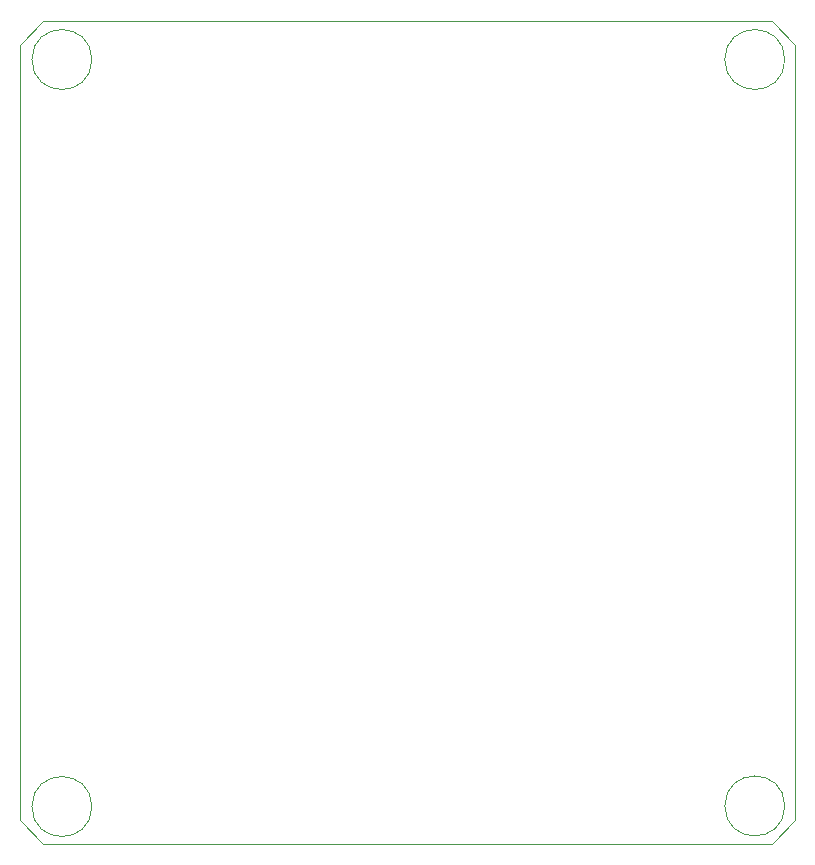
<source format=gbr>
%TF.GenerationSoftware,KiCad,Pcbnew,7.0.9*%
%TF.CreationDate,2023-12-30T21:06:32-05:00*%
%TF.ProjectId,esc,6573632e-6b69-4636-9164-5f7063625858,rev?*%
%TF.SameCoordinates,Original*%
%TF.FileFunction,Profile,NP*%
%FSLAX46Y46*%
G04 Gerber Fmt 4.6, Leading zero omitted, Abs format (unit mm)*
G04 Created by KiCad (PCBNEW 7.0.9) date 2023-12-30 21:06:32*
%MOMM*%
%LPD*%
G01*
G04 APERTURE LIST*
%TA.AperFunction,Profile*%
%ADD10C,0.100000*%
%TD*%
G04 APERTURE END LIST*
D10*
X46976207Y-127000000D02*
G75*
G03*
X46976207Y-127000000I-2540000J0D01*
G01*
X40896963Y-128168960D02*
X40894000Y-62484000D01*
X46976207Y-63754000D02*
G75*
G03*
X46976207Y-63754000I-2540000J0D01*
G01*
X40894000Y-62484000D02*
X42875200Y-60502800D01*
X105645000Y-126949200D02*
G75*
G03*
X105645000Y-126949200I-2540000J0D01*
G01*
X104551053Y-130155834D02*
X106532253Y-128174634D01*
X42878163Y-130150160D02*
X40896963Y-128168960D01*
X42875200Y-60502800D02*
X104521000Y-60528200D01*
X105645000Y-63754000D02*
G75*
G03*
X105645000Y-63754000I-2540000J0D01*
G01*
X106527600Y-62534800D02*
X104521000Y-60528200D01*
X106527600Y-62534800D02*
X106532253Y-128174634D01*
X104551053Y-130155834D02*
X42878163Y-130150160D01*
M02*

</source>
